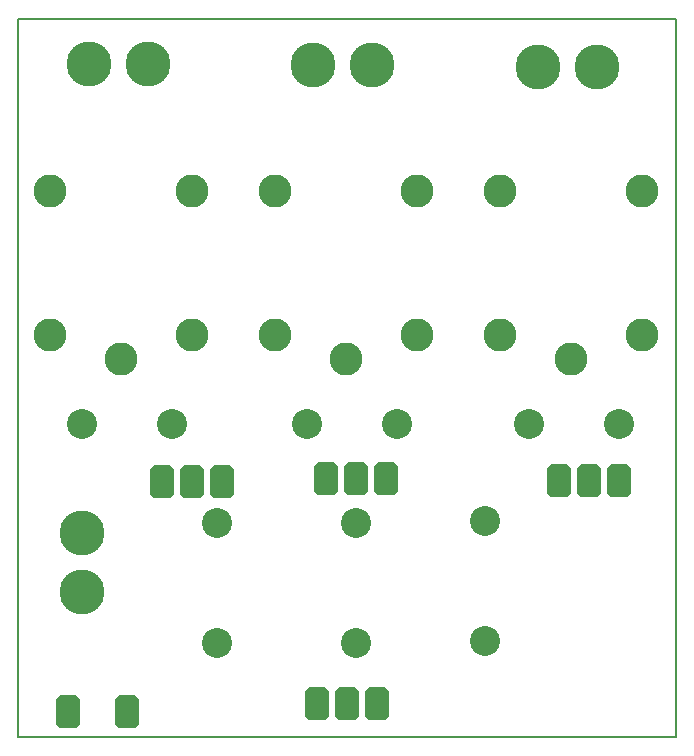
<source format=gbr>
G04 PROTEUS GERBER X2 FILE*
%TF.GenerationSoftware,Labcenter,Proteus,8.8-SP1-Build27031*%
%TF.CreationDate,2021-01-10T00:14:03+00:00*%
%TF.FileFunction,Soldermask,Bot*%
%TF.FilePolarity,Negative*%
%TF.Part,Single*%
%TF.SameCoordinates,{98ac7ad0-3a1b-4910-adea-4d28a6190023}*%
%FSLAX45Y45*%
%MOMM*%
G01*
%TA.AperFunction,Material*%
%ADD18C,2.794000*%
%TA.AperFunction,Material*%
%ADD19C,2.540000*%
%AMPPAD010*
4,1,8,
-0.636800,1.397000,
0.636800,1.397000,
1.016000,1.017800,
1.016000,-1.017800,
0.636800,-1.397000,
-0.636800,-1.397000,
-1.016000,-1.017800,
-1.016000,1.017800,
-0.636800,1.397000,
0*%
%TA.AperFunction,Material*%
%ADD70PPAD010*%
%TA.AperFunction,Material*%
%ADD71C,3.810000*%
%TA.AperFunction,Profile*%
%ADD14C,0.203200*%
%TD.AperFunction*%
D18*
X-9017000Y+381000D03*
X-7817000Y+381000D03*
X-8417000Y+181000D03*
X-9017000Y+1601000D03*
X-7817000Y+1601000D03*
X-7112000Y+381000D03*
X-5912000Y+381000D03*
X-6512000Y+181000D03*
X-7112000Y+1601000D03*
X-5912000Y+1601000D03*
D19*
X-7985760Y-365760D03*
X-8747760Y-365760D03*
X-6078220Y-368300D03*
X-6840220Y-368300D03*
X-4201160Y-368300D03*
X-4963160Y-368300D03*
D18*
X-5207000Y+381000D03*
X-4007000Y+381000D03*
X-4607000Y+181000D03*
X-5207000Y+1601000D03*
X-4007000Y+1601000D03*
D70*
X-8074660Y-861060D03*
X-7820660Y-861060D03*
X-7566660Y-861060D03*
X-6680200Y-838200D03*
X-6426200Y-838200D03*
X-6172200Y-838200D03*
X-4711700Y-850900D03*
X-4457700Y-850900D03*
X-4203700Y-850900D03*
D19*
X-6426200Y-2222500D03*
X-6426200Y-1206500D03*
X-5334000Y-2209800D03*
X-5334000Y-1193800D03*
X-7607300Y-2222500D03*
X-7607300Y-1206500D03*
D71*
X-8686800Y+2679700D03*
X-8186420Y+2679700D03*
D70*
X-6761480Y-2743200D03*
X-6507480Y-2743200D03*
X-6253480Y-2743200D03*
D71*
X-6794500Y+2667000D03*
X-6294120Y+2667000D03*
X-4889500Y+2654300D03*
X-4389120Y+2654300D03*
D70*
X-8366760Y-2804160D03*
X-8867140Y-2804160D03*
D71*
X-8747760Y-1793240D03*
X-8747760Y-1292860D03*
D14*
X-9292760Y-3016620D02*
X-3718540Y-3016620D01*
X-3718540Y+3064140D01*
X-9292760Y+3064140D01*
X-9292760Y-3016620D01*
M02*

</source>
